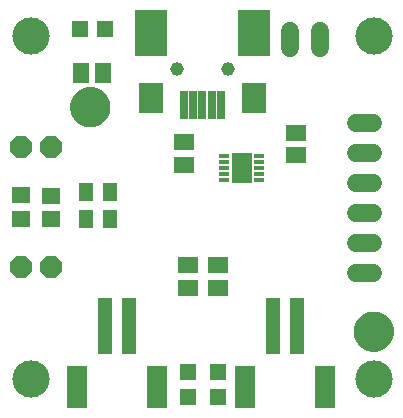
<source format=gbr>
G04 EAGLE Gerber RS-274X export*
G75*
%MOMM*%
%FSLAX34Y34*%
%LPD*%
%INSoldermask Top*%
%IPPOS*%
%AMOC8*
5,1,8,0,0,1.08239X$1,22.5*%
G01*
%ADD10R,0.952400X0.402400*%
%ADD11R,1.732400X2.502400*%
%ADD12R,2.152400X2.552400*%
%ADD13R,0.652400X2.460400*%
%ADD14R,2.692400X3.962400*%
%ADD15C,1.152400*%
%ADD16R,1.152400X4.752400*%
%ADD17R,1.752400X3.552400*%
%ADD18R,1.352400X1.352400*%
%ADD19R,1.652400X1.452400*%
%ADD20R,1.452400X1.652400*%
%ADD21P,1.979475X8X112.500000*%
%ADD22R,1.600000X1.400000*%
%ADD23C,1.200000*%
%ADD24C,1.558800*%
%ADD25C,3.152400*%
%ADD26R,1.252400X1.552400*%


D10*
X193120Y218600D03*
X193120Y213600D03*
X193120Y208600D03*
X193120Y203600D03*
X193120Y198600D03*
X223120Y198600D03*
X223120Y203600D03*
X223120Y208600D03*
X223120Y213600D03*
X223120Y218600D03*
D11*
X208120Y208600D03*
D12*
X219000Y267540D03*
D13*
X191000Y261900D03*
X183000Y261900D03*
X175000Y261900D03*
X167000Y261900D03*
X159000Y261900D03*
D14*
X219000Y322540D03*
D12*
X131000Y267540D03*
D14*
X131000Y322540D03*
D15*
X197000Y292540D03*
X153000Y292540D03*
D16*
X255110Y75100D03*
X235110Y75100D03*
D17*
X279110Y23100D03*
X211110Y23100D03*
D18*
X187960Y35900D03*
X187960Y14900D03*
X162560Y35900D03*
X162560Y14900D03*
D19*
X187960Y126340D03*
X187960Y107340D03*
X162560Y126340D03*
X162560Y107340D03*
D18*
X92100Y326550D03*
X71100Y326550D03*
D20*
X91100Y289400D03*
X72100Y289400D03*
D16*
X112870Y75100D03*
X92870Y75100D03*
D17*
X136870Y23100D03*
X68870Y23100D03*
D21*
X46990Y124460D03*
X46990Y226060D03*
D22*
X46990Y165260D03*
X46990Y185260D03*
D23*
X69000Y260000D02*
X69003Y260270D01*
X69013Y260540D01*
X69030Y260809D01*
X69053Y261078D01*
X69083Y261347D01*
X69119Y261614D01*
X69162Y261881D01*
X69211Y262146D01*
X69267Y262410D01*
X69330Y262673D01*
X69398Y262934D01*
X69474Y263193D01*
X69555Y263450D01*
X69643Y263706D01*
X69737Y263959D01*
X69837Y264210D01*
X69944Y264458D01*
X70056Y264703D01*
X70175Y264946D01*
X70299Y265185D01*
X70429Y265422D01*
X70565Y265655D01*
X70707Y265885D01*
X70854Y266111D01*
X71007Y266334D01*
X71165Y266553D01*
X71328Y266768D01*
X71497Y266978D01*
X71671Y267185D01*
X71850Y267387D01*
X72033Y267585D01*
X72222Y267778D01*
X72415Y267967D01*
X72613Y268150D01*
X72815Y268329D01*
X73022Y268503D01*
X73232Y268672D01*
X73447Y268835D01*
X73666Y268993D01*
X73889Y269146D01*
X74115Y269293D01*
X74345Y269435D01*
X74578Y269571D01*
X74815Y269701D01*
X75054Y269825D01*
X75297Y269944D01*
X75542Y270056D01*
X75790Y270163D01*
X76041Y270263D01*
X76294Y270357D01*
X76550Y270445D01*
X76807Y270526D01*
X77066Y270602D01*
X77327Y270670D01*
X77590Y270733D01*
X77854Y270789D01*
X78119Y270838D01*
X78386Y270881D01*
X78653Y270917D01*
X78922Y270947D01*
X79191Y270970D01*
X79460Y270987D01*
X79730Y270997D01*
X80000Y271000D01*
X80270Y270997D01*
X80540Y270987D01*
X80809Y270970D01*
X81078Y270947D01*
X81347Y270917D01*
X81614Y270881D01*
X81881Y270838D01*
X82146Y270789D01*
X82410Y270733D01*
X82673Y270670D01*
X82934Y270602D01*
X83193Y270526D01*
X83450Y270445D01*
X83706Y270357D01*
X83959Y270263D01*
X84210Y270163D01*
X84458Y270056D01*
X84703Y269944D01*
X84946Y269825D01*
X85185Y269701D01*
X85422Y269571D01*
X85655Y269435D01*
X85885Y269293D01*
X86111Y269146D01*
X86334Y268993D01*
X86553Y268835D01*
X86768Y268672D01*
X86978Y268503D01*
X87185Y268329D01*
X87387Y268150D01*
X87585Y267967D01*
X87778Y267778D01*
X87967Y267585D01*
X88150Y267387D01*
X88329Y267185D01*
X88503Y266978D01*
X88672Y266768D01*
X88835Y266553D01*
X88993Y266334D01*
X89146Y266111D01*
X89293Y265885D01*
X89435Y265655D01*
X89571Y265422D01*
X89701Y265185D01*
X89825Y264946D01*
X89944Y264703D01*
X90056Y264458D01*
X90163Y264210D01*
X90263Y263959D01*
X90357Y263706D01*
X90445Y263450D01*
X90526Y263193D01*
X90602Y262934D01*
X90670Y262673D01*
X90733Y262410D01*
X90789Y262146D01*
X90838Y261881D01*
X90881Y261614D01*
X90917Y261347D01*
X90947Y261078D01*
X90970Y260809D01*
X90987Y260540D01*
X90997Y260270D01*
X91000Y260000D01*
X90997Y259730D01*
X90987Y259460D01*
X90970Y259191D01*
X90947Y258922D01*
X90917Y258653D01*
X90881Y258386D01*
X90838Y258119D01*
X90789Y257854D01*
X90733Y257590D01*
X90670Y257327D01*
X90602Y257066D01*
X90526Y256807D01*
X90445Y256550D01*
X90357Y256294D01*
X90263Y256041D01*
X90163Y255790D01*
X90056Y255542D01*
X89944Y255297D01*
X89825Y255054D01*
X89701Y254815D01*
X89571Y254578D01*
X89435Y254345D01*
X89293Y254115D01*
X89146Y253889D01*
X88993Y253666D01*
X88835Y253447D01*
X88672Y253232D01*
X88503Y253022D01*
X88329Y252815D01*
X88150Y252613D01*
X87967Y252415D01*
X87778Y252222D01*
X87585Y252033D01*
X87387Y251850D01*
X87185Y251671D01*
X86978Y251497D01*
X86768Y251328D01*
X86553Y251165D01*
X86334Y251007D01*
X86111Y250854D01*
X85885Y250707D01*
X85655Y250565D01*
X85422Y250429D01*
X85185Y250299D01*
X84946Y250175D01*
X84703Y250056D01*
X84458Y249944D01*
X84210Y249837D01*
X83959Y249737D01*
X83706Y249643D01*
X83450Y249555D01*
X83193Y249474D01*
X82934Y249398D01*
X82673Y249330D01*
X82410Y249267D01*
X82146Y249211D01*
X81881Y249162D01*
X81614Y249119D01*
X81347Y249083D01*
X81078Y249053D01*
X80809Y249030D01*
X80540Y249013D01*
X80270Y249003D01*
X80000Y249000D01*
X79730Y249003D01*
X79460Y249013D01*
X79191Y249030D01*
X78922Y249053D01*
X78653Y249083D01*
X78386Y249119D01*
X78119Y249162D01*
X77854Y249211D01*
X77590Y249267D01*
X77327Y249330D01*
X77066Y249398D01*
X76807Y249474D01*
X76550Y249555D01*
X76294Y249643D01*
X76041Y249737D01*
X75790Y249837D01*
X75542Y249944D01*
X75297Y250056D01*
X75054Y250175D01*
X74815Y250299D01*
X74578Y250429D01*
X74345Y250565D01*
X74115Y250707D01*
X73889Y250854D01*
X73666Y251007D01*
X73447Y251165D01*
X73232Y251328D01*
X73022Y251497D01*
X72815Y251671D01*
X72613Y251850D01*
X72415Y252033D01*
X72222Y252222D01*
X72033Y252415D01*
X71850Y252613D01*
X71671Y252815D01*
X71497Y253022D01*
X71328Y253232D01*
X71165Y253447D01*
X71007Y253666D01*
X70854Y253889D01*
X70707Y254115D01*
X70565Y254345D01*
X70429Y254578D01*
X70299Y254815D01*
X70175Y255054D01*
X70056Y255297D01*
X69944Y255542D01*
X69837Y255790D01*
X69737Y256041D01*
X69643Y256294D01*
X69555Y256550D01*
X69474Y256807D01*
X69398Y257066D01*
X69330Y257327D01*
X69267Y257590D01*
X69211Y257854D01*
X69162Y258119D01*
X69119Y258386D01*
X69083Y258653D01*
X69053Y258922D01*
X69030Y259191D01*
X69013Y259460D01*
X69003Y259730D01*
X69000Y260000D01*
D15*
X80000Y260000D03*
D24*
X305388Y246380D02*
X319452Y246380D01*
X319452Y220980D02*
X305388Y220980D01*
D23*
X309000Y70000D02*
X309003Y70270D01*
X309013Y70540D01*
X309030Y70809D01*
X309053Y71078D01*
X309083Y71347D01*
X309119Y71614D01*
X309162Y71881D01*
X309211Y72146D01*
X309267Y72410D01*
X309330Y72673D01*
X309398Y72934D01*
X309474Y73193D01*
X309555Y73450D01*
X309643Y73706D01*
X309737Y73959D01*
X309837Y74210D01*
X309944Y74458D01*
X310056Y74703D01*
X310175Y74946D01*
X310299Y75185D01*
X310429Y75422D01*
X310565Y75655D01*
X310707Y75885D01*
X310854Y76111D01*
X311007Y76334D01*
X311165Y76553D01*
X311328Y76768D01*
X311497Y76978D01*
X311671Y77185D01*
X311850Y77387D01*
X312033Y77585D01*
X312222Y77778D01*
X312415Y77967D01*
X312613Y78150D01*
X312815Y78329D01*
X313022Y78503D01*
X313232Y78672D01*
X313447Y78835D01*
X313666Y78993D01*
X313889Y79146D01*
X314115Y79293D01*
X314345Y79435D01*
X314578Y79571D01*
X314815Y79701D01*
X315054Y79825D01*
X315297Y79944D01*
X315542Y80056D01*
X315790Y80163D01*
X316041Y80263D01*
X316294Y80357D01*
X316550Y80445D01*
X316807Y80526D01*
X317066Y80602D01*
X317327Y80670D01*
X317590Y80733D01*
X317854Y80789D01*
X318119Y80838D01*
X318386Y80881D01*
X318653Y80917D01*
X318922Y80947D01*
X319191Y80970D01*
X319460Y80987D01*
X319730Y80997D01*
X320000Y81000D01*
X320270Y80997D01*
X320540Y80987D01*
X320809Y80970D01*
X321078Y80947D01*
X321347Y80917D01*
X321614Y80881D01*
X321881Y80838D01*
X322146Y80789D01*
X322410Y80733D01*
X322673Y80670D01*
X322934Y80602D01*
X323193Y80526D01*
X323450Y80445D01*
X323706Y80357D01*
X323959Y80263D01*
X324210Y80163D01*
X324458Y80056D01*
X324703Y79944D01*
X324946Y79825D01*
X325185Y79701D01*
X325422Y79571D01*
X325655Y79435D01*
X325885Y79293D01*
X326111Y79146D01*
X326334Y78993D01*
X326553Y78835D01*
X326768Y78672D01*
X326978Y78503D01*
X327185Y78329D01*
X327387Y78150D01*
X327585Y77967D01*
X327778Y77778D01*
X327967Y77585D01*
X328150Y77387D01*
X328329Y77185D01*
X328503Y76978D01*
X328672Y76768D01*
X328835Y76553D01*
X328993Y76334D01*
X329146Y76111D01*
X329293Y75885D01*
X329435Y75655D01*
X329571Y75422D01*
X329701Y75185D01*
X329825Y74946D01*
X329944Y74703D01*
X330056Y74458D01*
X330163Y74210D01*
X330263Y73959D01*
X330357Y73706D01*
X330445Y73450D01*
X330526Y73193D01*
X330602Y72934D01*
X330670Y72673D01*
X330733Y72410D01*
X330789Y72146D01*
X330838Y71881D01*
X330881Y71614D01*
X330917Y71347D01*
X330947Y71078D01*
X330970Y70809D01*
X330987Y70540D01*
X330997Y70270D01*
X331000Y70000D01*
X330997Y69730D01*
X330987Y69460D01*
X330970Y69191D01*
X330947Y68922D01*
X330917Y68653D01*
X330881Y68386D01*
X330838Y68119D01*
X330789Y67854D01*
X330733Y67590D01*
X330670Y67327D01*
X330602Y67066D01*
X330526Y66807D01*
X330445Y66550D01*
X330357Y66294D01*
X330263Y66041D01*
X330163Y65790D01*
X330056Y65542D01*
X329944Y65297D01*
X329825Y65054D01*
X329701Y64815D01*
X329571Y64578D01*
X329435Y64345D01*
X329293Y64115D01*
X329146Y63889D01*
X328993Y63666D01*
X328835Y63447D01*
X328672Y63232D01*
X328503Y63022D01*
X328329Y62815D01*
X328150Y62613D01*
X327967Y62415D01*
X327778Y62222D01*
X327585Y62033D01*
X327387Y61850D01*
X327185Y61671D01*
X326978Y61497D01*
X326768Y61328D01*
X326553Y61165D01*
X326334Y61007D01*
X326111Y60854D01*
X325885Y60707D01*
X325655Y60565D01*
X325422Y60429D01*
X325185Y60299D01*
X324946Y60175D01*
X324703Y60056D01*
X324458Y59944D01*
X324210Y59837D01*
X323959Y59737D01*
X323706Y59643D01*
X323450Y59555D01*
X323193Y59474D01*
X322934Y59398D01*
X322673Y59330D01*
X322410Y59267D01*
X322146Y59211D01*
X321881Y59162D01*
X321614Y59119D01*
X321347Y59083D01*
X321078Y59053D01*
X320809Y59030D01*
X320540Y59013D01*
X320270Y59003D01*
X320000Y59000D01*
X319730Y59003D01*
X319460Y59013D01*
X319191Y59030D01*
X318922Y59053D01*
X318653Y59083D01*
X318386Y59119D01*
X318119Y59162D01*
X317854Y59211D01*
X317590Y59267D01*
X317327Y59330D01*
X317066Y59398D01*
X316807Y59474D01*
X316550Y59555D01*
X316294Y59643D01*
X316041Y59737D01*
X315790Y59837D01*
X315542Y59944D01*
X315297Y60056D01*
X315054Y60175D01*
X314815Y60299D01*
X314578Y60429D01*
X314345Y60565D01*
X314115Y60707D01*
X313889Y60854D01*
X313666Y61007D01*
X313447Y61165D01*
X313232Y61328D01*
X313022Y61497D01*
X312815Y61671D01*
X312613Y61850D01*
X312415Y62033D01*
X312222Y62222D01*
X312033Y62415D01*
X311850Y62613D01*
X311671Y62815D01*
X311497Y63022D01*
X311328Y63232D01*
X311165Y63447D01*
X311007Y63666D01*
X310854Y63889D01*
X310707Y64115D01*
X310565Y64345D01*
X310429Y64578D01*
X310299Y64815D01*
X310175Y65054D01*
X310056Y65297D01*
X309944Y65542D01*
X309837Y65790D01*
X309737Y66041D01*
X309643Y66294D01*
X309555Y66550D01*
X309474Y66807D01*
X309398Y67066D01*
X309330Y67327D01*
X309267Y67590D01*
X309211Y67854D01*
X309162Y68119D01*
X309119Y68386D01*
X309083Y68653D01*
X309053Y68922D01*
X309030Y69191D01*
X309013Y69460D01*
X309003Y69730D01*
X309000Y70000D01*
D15*
X320000Y70000D03*
D24*
X319452Y144780D02*
X305388Y144780D01*
X305388Y119380D02*
X319452Y119380D01*
D19*
X159700Y230320D03*
X159700Y211320D03*
X254320Y219260D03*
X254320Y238260D03*
D25*
X320000Y30000D03*
X320000Y320000D03*
X30000Y320000D03*
X30000Y30000D03*
D24*
X274320Y310468D02*
X274320Y324532D01*
X248920Y324532D02*
X248920Y310468D01*
D26*
X96360Y165100D03*
X76360Y165100D03*
X96360Y187960D03*
X76360Y187960D03*
D24*
X305388Y195580D02*
X319452Y195580D01*
X319452Y170180D02*
X305388Y170180D01*
D21*
X21590Y124460D03*
X21590Y226060D03*
D22*
X21590Y165006D03*
X21590Y185514D03*
M02*

</source>
